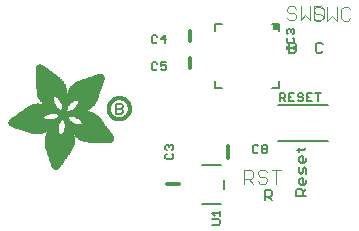
<source format=gbr>
G04 EAGLE Gerber RS-274X export*
G75*
%MOMM*%
%FSLAX34Y34*%
%LPD*%
%INSilkscreen Top*%
%IPPOS*%
%AMOC8*
5,1,8,0,0,1.08239X$1,22.5*%
G01*
%ADD10C,0.127000*%
%ADD11C,0.304800*%
%ADD12C,0.152400*%
%ADD13C,0.203200*%
%ADD14R,0.500000X0.500000*%
%ADD15C,0.101600*%
%ADD16R,0.125700X0.014000*%
%ADD17R,0.209500X0.014000*%
%ADD18R,0.279400X0.013900*%
%ADD19R,0.335300X0.014000*%
%ADD20R,0.377200X0.014000*%
%ADD21R,0.419100X0.013900*%
%ADD22R,0.475000X0.014000*%
%ADD23R,0.502900X0.014000*%
%ADD24R,0.530900X0.013900*%
%ADD25R,0.558800X0.014000*%
%ADD26R,0.586800X0.014000*%
%ADD27R,0.628600X0.014000*%
%ADD28R,0.642600X0.013900*%
%ADD29R,0.670500X0.014000*%
%ADD30R,0.698500X0.014000*%
%ADD31R,0.712500X0.013900*%
%ADD32R,0.740400X0.014000*%
%ADD33R,0.768400X0.014000*%
%ADD34R,0.782300X0.013900*%
%ADD35R,0.810300X0.014000*%
%ADD36R,0.824200X0.014000*%
%ADD37R,0.852200X0.014000*%
%ADD38R,0.880200X0.013900*%
%ADD39R,0.894100X0.014000*%
%ADD40R,0.908100X0.014000*%
%ADD41R,0.936000X0.013900*%
%ADD42R,0.950000X0.014000*%
%ADD43R,0.964000X0.014000*%
%ADD44R,0.991900X0.013900*%
%ADD45R,1.005900X0.014000*%
%ADD46R,1.033800X0.014000*%
%ADD47R,1.047800X0.014000*%
%ADD48R,1.061800X0.013900*%
%ADD49R,1.089700X0.014000*%
%ADD50R,1.103700X0.014000*%
%ADD51R,1.117600X0.013900*%
%ADD52R,1.145600X0.014000*%
%ADD53R,1.159600X0.014000*%
%ADD54R,1.173500X0.013900*%
%ADD55R,1.201500X0.014000*%
%ADD56R,1.215400X0.014000*%
%ADD57R,1.243400X0.014000*%
%ADD58R,1.257300X0.013900*%
%ADD59R,1.271300X0.014000*%
%ADD60R,1.299300X0.014000*%
%ADD61R,1.313200X0.013900*%
%ADD62R,1.327200X0.014000*%
%ADD63R,1.355100X0.014000*%
%ADD64R,1.369100X0.013900*%
%ADD65R,1.383100X0.014000*%
%ADD66R,1.411000X0.014000*%
%ADD67R,1.425000X0.014000*%
%ADD68R,1.452900X0.013900*%
%ADD69R,1.466900X0.014000*%
%ADD70R,1.480900X0.014000*%
%ADD71R,1.508800X0.013900*%
%ADD72R,1.522800X0.014000*%
%ADD73R,1.536700X0.014000*%
%ADD74R,0.167700X0.013900*%
%ADD75R,1.564700X0.013900*%
%ADD76R,0.265500X0.014000*%
%ADD77R,1.578700X0.014000*%
%ADD78R,0.349200X0.014000*%
%ADD79R,1.606600X0.014000*%
%ADD80R,0.405100X0.014000*%
%ADD81R,1.620600X0.014000*%
%ADD82R,0.475000X0.013900*%
%ADD83R,1.634500X0.013900*%
%ADD84R,0.530900X0.014000*%
%ADD85R,1.662500X0.014000*%
%ADD86R,1.676400X0.014000*%
%ADD87R,1.690400X0.013900*%
%ADD88R,1.718400X0.014000*%
%ADD89R,0.754400X0.014000*%
%ADD90R,1.732300X0.014000*%
%ADD91R,0.796300X0.013900*%
%ADD92R,1.746300X0.013900*%
%ADD93R,0.852100X0.014000*%
%ADD94R,1.774200X0.014000*%
%ADD95R,0.908000X0.014000*%
%ADD96R,1.788200X0.014000*%
%ADD97R,0.949900X0.014000*%
%ADD98R,1.816100X0.014000*%
%ADD99R,1.005900X0.013900*%
%ADD100R,1.830100X0.013900*%
%ADD101R,1.844100X0.014000*%
%ADD102R,1.872000X0.014000*%
%ADD103R,1.131600X0.013900*%
%ADD104R,1.886000X0.013900*%
%ADD105R,1.187500X0.014000*%
%ADD106R,1.900000X0.014000*%
%ADD107R,1.229400X0.014000*%
%ADD108R,1.927900X0.014000*%
%ADD109R,1.271300X0.013900*%
%ADD110R,1.941900X0.013900*%
%ADD111R,1.313200X0.014000*%
%ADD112R,1.955800X0.014000*%
%ADD113R,1.969800X0.014000*%
%ADD114R,1.397000X0.014000*%
%ADD115R,1.997800X0.014000*%
%ADD116R,1.439000X0.013900*%
%ADD117R,2.011700X0.013900*%
%ADD118R,2.025700X0.014000*%
%ADD119R,2.039700X0.014000*%
%ADD120R,1.550700X0.013900*%
%ADD121R,2.053600X0.013900*%
%ADD122R,1.592600X0.014000*%
%ADD123R,2.067600X0.014000*%
%ADD124R,1.634500X0.014000*%
%ADD125R,2.081600X0.014000*%
%ADD126R,2.095500X0.013900*%
%ADD127R,2.109500X0.014000*%
%ADD128R,1.760200X0.014000*%
%ADD129R,2.123500X0.014000*%
%ADD130R,1.802100X0.014000*%
%ADD131R,2.137500X0.014000*%
%ADD132R,1.844000X0.013900*%
%ADD133R,2.151400X0.013900*%
%ADD134R,1.871900X0.014000*%
%ADD135R,2.165400X0.014000*%
%ADD136R,1.913800X0.014000*%
%ADD137R,2.179400X0.014000*%
%ADD138R,1.955800X0.013900*%
%ADD139R,2.193300X0.013900*%
%ADD140R,1.983800X0.014000*%
%ADD141R,2.207300X0.014000*%
%ADD142R,2.221300X0.014000*%
%ADD143R,2.221300X0.013900*%
%ADD144R,2.095500X0.014000*%
%ADD145R,2.235200X0.014000*%
%ADD146R,2.249200X0.014000*%
%ADD147R,2.137400X0.014000*%
%ADD148R,2.263200X0.014000*%
%ADD149R,2.179300X0.013900*%
%ADD150R,2.277200X0.013900*%
%ADD151R,2.193300X0.014000*%
%ADD152R,2.277200X0.014000*%
%ADD153R,2.221200X0.014000*%
%ADD154R,2.291100X0.014000*%
%ADD155R,2.249100X0.013900*%
%ADD156R,2.305100X0.013900*%
%ADD157R,2.319100X0.014000*%
%ADD158R,2.277100X0.014000*%
%ADD159R,2.333000X0.013900*%
%ADD160R,2.319000X0.014000*%
%ADD161R,2.347000X0.014000*%
%ADD162R,2.333000X0.014000*%
%ADD163R,2.361000X0.014000*%
%ADD164R,2.360900X0.014000*%
%ADD165R,2.374900X0.013900*%
%ADD166R,2.388800X0.014000*%
%ADD167R,2.388900X0.014000*%
%ADD168R,2.416800X0.014000*%
%ADD169R,2.416900X0.013900*%
%ADD170R,2.402900X0.013900*%
%ADD171R,2.430800X0.014000*%
%ADD172R,2.402900X0.014000*%
%ADD173R,2.458800X0.014000*%
%ADD174R,2.416900X0.014000*%
%ADD175R,2.458700X0.013900*%
%ADD176R,2.430800X0.013900*%
%ADD177R,2.472700X0.014000*%
%ADD178R,2.500600X0.014000*%
%ADD179R,2.444800X0.014000*%
%ADD180R,2.514600X0.013900*%
%ADD181R,2.458800X0.013900*%
%ADD182R,2.528600X0.014000*%
%ADD183R,2.528500X0.014000*%
%ADD184R,2.542500X0.013900*%
%ADD185R,2.472700X0.013900*%
%ADD186R,2.556500X0.014000*%
%ADD187R,2.486700X0.014000*%
%ADD188R,2.570500X0.013900*%
%ADD189R,2.486700X0.013900*%
%ADD190R,2.584500X0.014000*%
%ADD191R,2.500700X0.014000*%
%ADD192R,2.584400X0.014000*%
%ADD193R,2.598400X0.014000*%
%ADD194R,2.514600X0.014000*%
%ADD195R,2.612400X0.013900*%
%ADD196R,2.612400X0.014000*%
%ADD197R,2.626300X0.014000*%
%ADD198R,2.640300X0.013900*%
%ADD199R,2.528600X0.013900*%
%ADD200R,2.640400X0.014000*%
%ADD201R,2.542600X0.014000*%
%ADD202R,2.654300X0.014000*%
%ADD203R,2.654300X0.013900*%
%ADD204R,2.542600X0.013900*%
%ADD205R,2.668300X0.014000*%
%ADD206R,2.556600X0.014000*%
%ADD207R,2.682200X0.014000*%
%ADD208R,2.668200X0.013900*%
%ADD209R,2.556600X0.013900*%
%ADD210R,2.570500X0.014000*%
%ADD211R,2.696200X0.014000*%
%ADD212R,2.682300X0.013900*%
%ADD213R,2.696300X0.014000*%
%ADD214R,2.696200X0.013900*%
%ADD215R,2.710200X0.014000*%
%ADD216R,2.710200X0.013900*%
%ADD217R,2.724100X0.014000*%
%ADD218R,2.710100X0.014000*%
%ADD219R,2.724100X0.013900*%
%ADD220R,2.584500X0.013900*%
%ADD221R,2.724200X0.014000*%
%ADD222R,2.724200X0.013900*%
%ADD223R,2.738100X0.013900*%
%ADD224R,2.738200X0.013900*%
%ADD225R,2.556500X0.013900*%
%ADD226R,5.238700X0.013900*%
%ADD227R,5.238700X0.014000*%
%ADD228R,5.224800X0.014000*%
%ADD229R,5.210800X0.013900*%
%ADD230R,5.210800X0.014000*%
%ADD231R,5.196800X0.014000*%
%ADD232R,5.182900X0.013900*%
%ADD233R,5.182900X0.014000*%
%ADD234R,5.168900X0.014000*%
%ADD235R,5.154900X0.014000*%
%ADD236R,5.154900X0.013900*%
%ADD237R,5.141000X0.014000*%
%ADD238R,5.127000X0.014000*%
%ADD239R,3.604200X0.013900*%
%ADD240R,1.411000X0.013900*%
%ADD241R,3.562300X0.014000*%
%ADD242R,1.383000X0.014000*%
%ADD243R,3.534400X0.014000*%
%ADD244R,1.369100X0.014000*%
%ADD245R,3.506500X0.013900*%
%ADD246R,1.341100X0.013900*%
%ADD247R,3.492500X0.014000*%
%ADD248R,1.341100X0.014000*%
%ADD249R,3.450600X0.014000*%
%ADD250R,1.313100X0.014000*%
%ADD251R,3.436600X0.014000*%
%ADD252R,3.422700X0.013900*%
%ADD253R,1.299200X0.013900*%
%ADD254R,3.394700X0.014000*%
%ADD255R,1.285300X0.014000*%
%ADD256R,3.380700X0.014000*%
%ADD257R,3.366700X0.013900*%
%ADD258R,3.338900X0.014000*%
%ADD259R,1.257300X0.014000*%
%ADD260R,3.324900X0.014000*%
%ADD261R,3.310900X0.013900*%
%ADD262R,1.243400X0.013900*%
%ADD263R,3.283000X0.014000*%
%ADD264R,3.255000X0.014000*%
%ADD265R,3.241000X0.013900*%
%ADD266R,1.215400X0.013900*%
%ADD267R,3.227100X0.014000*%
%ADD268R,3.213100X0.014000*%
%ADD269R,1.718300X0.013900*%
%ADD270R,1.187500X0.013900*%
%ADD271R,1.648500X0.014000*%
%ADD272R,1.187400X0.014000*%
%ADD273R,1.620500X0.014000*%
%ADD274R,1.592600X0.013900*%
%ADD275R,1.271200X0.013900*%
%ADD276R,1.173400X0.013900*%
%ADD277R,1.159500X0.014000*%
%ADD278R,1.564600X0.014000*%
%ADD279R,1.201400X0.014000*%
%ADD280R,1.145500X0.014000*%
%ADD281R,1.145500X0.013900*%
%ADD282R,1.550700X0.014000*%
%ADD283R,1.103600X0.014000*%
%ADD284R,1.131600X0.014000*%
%ADD285R,1.075700X0.014000*%
%ADD286R,1.117600X0.014000*%
%ADD287R,1.536700X0.013900*%
%ADD288R,1.047800X0.013900*%
%ADD289R,1.103600X0.013900*%
%ADD290R,1.522700X0.014000*%
%ADD291R,1.005800X0.014000*%
%ADD292R,0.991900X0.014000*%
%ADD293R,0.963900X0.013900*%
%ADD294R,1.075700X0.013900*%
%ADD295R,1.508800X0.014000*%
%ADD296R,1.075600X0.014000*%
%ADD297R,1.494800X0.014000*%
%ADD298R,1.061700X0.014000*%
%ADD299R,1.047700X0.014000*%
%ADD300R,1.494800X0.013900*%
%ADD301R,1.047700X0.013900*%
%ADD302R,1.480800X0.014000*%
%ADD303R,1.494700X0.014000*%
%ADD304R,0.838200X0.014000*%
%ADD305R,1.480800X0.013900*%
%ADD306R,0.810200X0.013900*%
%ADD307R,1.019800X0.013900*%
%ADD308R,1.466800X0.014000*%
%ADD309R,0.796300X0.014000*%
%ADD310R,0.768300X0.014000*%
%ADD311R,1.466800X0.013900*%
%ADD312R,0.754300X0.013900*%
%ADD313R,0.977900X0.013900*%
%ADD314R,0.139700X0.013900*%
%ADD315R,0.963900X0.014000*%
%ADD316R,0.712500X0.014000*%
%ADD317R,0.544800X0.014000*%
%ADD318R,0.670600X0.014000*%
%ADD319R,0.684600X0.013900*%
%ADD320R,0.922000X0.013900*%
%ADD321R,1.452900X0.014000*%
%ADD322R,0.656600X0.014000*%
%ADD323R,0.922100X0.014000*%
%ADD324R,0.866200X0.014000*%
%ADD325R,0.894000X0.013900*%
%ADD326R,1.033800X0.013900*%
%ADD327R,0.614600X0.014000*%
%ADD328R,0.866100X0.014000*%
%ADD329R,1.452800X0.014000*%
%ADD330R,0.600700X0.014000*%
%ADD331R,1.173500X0.014000*%
%ADD332R,1.438900X0.013900*%
%ADD333R,0.586700X0.013900*%
%ADD334R,0.838200X0.013900*%
%ADD335R,0.586700X0.014000*%
%ADD336R,2.151400X0.014000*%
%ADD337R,2.193200X0.014000*%
%ADD338R,1.438900X0.014000*%
%ADD339R,0.544900X0.014000*%
%ADD340R,0.544900X0.013900*%
%ADD341R,2.277100X0.013900*%
%ADD342R,0.516900X0.014000*%
%ADD343R,0.516900X0.013900*%
%ADD344R,0.489000X0.014000*%
%ADD345R,1.424900X0.014000*%
%ADD346R,2.444700X0.014000*%
%ADD347R,1.424900X0.013900*%
%ADD348R,0.461000X0.014000*%
%ADD349R,2.570400X0.014000*%
%ADD350R,1.425000X0.013900*%
%ADD351R,0.447000X0.013900*%
%ADD352R,1.410900X0.014000*%
%ADD353R,0.447000X0.014000*%
%ADD354R,0.433100X0.014000*%
%ADD355R,2.668200X0.014000*%
%ADD356R,0.433100X0.013900*%
%ADD357R,0.419100X0.014000*%
%ADD358R,2.738100X0.014000*%
%ADD359R,2.766100X0.014000*%
%ADD360R,1.397000X0.013900*%
%ADD361R,2.807900X0.013900*%
%ADD362R,2.835900X0.014000*%
%ADD363R,2.877900X0.014000*%
%ADD364R,0.433000X0.014000*%
%ADD365R,2.905700X0.014000*%
%ADD366R,1.369000X0.013900*%
%ADD367R,0.433000X0.013900*%
%ADD368R,2.947700X0.013900*%
%ADD369R,2.989500X0.014000*%
%ADD370R,3.031500X0.014000*%
%ADD371R,1.355100X0.013900*%
%ADD372R,0.488900X0.013900*%
%ADD373R,3.087300X0.013900*%
%ADD374R,1.341200X0.014000*%
%ADD375R,3.702000X0.014000*%
%ADD376R,3.716000X0.014000*%
%ADD377R,1.327100X0.013900*%
%ADD378R,3.757900X0.013900*%
%ADD379R,3.771900X0.014000*%
%ADD380R,1.299200X0.014000*%
%ADD381R,3.799900X0.014000*%
%ADD382R,3.841700X0.014000*%
%ADD383R,3.869700X0.013900*%
%ADD384R,3.925600X0.014000*%
%ADD385R,0.111800X0.014000*%
%ADD386R,5.266700X0.014000*%
%ADD387R,5.727700X0.013900*%
%ADD388R,5.825500X0.014000*%
%ADD389R,5.895400X0.014000*%
%ADD390R,5.965200X0.013900*%
%ADD391R,6.021100X0.014000*%
%ADD392R,6.076900X0.014000*%
%ADD393R,6.146800X0.014000*%
%ADD394R,6.188800X0.013900*%
%ADD395R,6.244600X0.014000*%
%ADD396R,6.286500X0.014000*%
%ADD397R,6.328400X0.013900*%
%ADD398R,6.384300X0.014000*%
%ADD399R,3.352800X0.014000*%
%ADD400R,2.821900X0.014000*%
%ADD401R,3.283000X0.013900*%
%ADD402R,3.241100X0.014000*%
%ADD403R,2.682300X0.014000*%
%ADD404R,3.241000X0.014000*%
%ADD405R,2.640300X0.014000*%
%ADD406R,3.227100X0.013900*%
%ADD407R,2.584400X0.013900*%
%ADD408R,3.227000X0.014000*%
%ADD409R,3.269000X0.013900*%
%ADD410R,3.282900X0.014000*%
%ADD411R,3.310900X0.014000*%
%ADD412R,3.338800X0.013900*%
%ADD413R,0.922000X0.014000*%
%ADD414R,2.123400X0.013900*%
%ADD415R,0.894100X0.013900*%
%ADD416R,2.081500X0.014000*%
%ADD417R,0.894000X0.014000*%
%ADD418R,0.908100X0.013900*%
%ADD419R,2.039600X0.014000*%
%ADD420R,2.011700X0.014000*%
%ADD421R,0.936000X0.014000*%
%ADD422R,1.969700X0.013900*%
%ADD423R,0.977900X0.014000*%
%ADD424R,1.941900X0.014000*%
%ADD425R,1.927800X0.013900*%
%ADD426R,1.913900X0.014000*%
%ADD427R,1.913800X0.013900*%
%ADD428R,2.794000X0.013900*%
%ADD429R,1.899900X0.014000*%
%ADD430R,1.229300X0.014000*%
%ADD431R,1.285200X0.014000*%
%ADD432R,2.919700X0.014000*%
%ADD433R,1.872000X0.013900*%
%ADD434R,2.961600X0.013900*%
%ADD435R,1.858000X0.014000*%
%ADD436R,3.031400X0.014000*%
%ADD437R,3.115300X0.014000*%
%ADD438R,1.858000X0.013900*%
%ADD439R,5.029200X0.013900*%
%ADD440R,4.428500X0.014000*%
%ADD441R,1.844000X0.014000*%
%ADD442R,4.414500X0.014000*%
%ADD443R,4.414500X0.013900*%
%ADD444R,1.830100X0.014000*%
%ADD445R,4.414600X0.014000*%
%ADD446R,1.830000X0.014000*%
%ADD447R,0.530800X0.014000*%
%ADD448R,4.400500X0.014000*%
%ADD449R,4.400500X0.013900*%
%ADD450R,4.400600X0.014000*%
%ADD451R,0.572800X0.013900*%
%ADD452R,4.386600X0.013900*%
%ADD453R,4.386500X0.014000*%
%ADD454R,0.614700X0.013900*%
%ADD455R,4.372600X0.013900*%
%ADD456R,0.642600X0.014000*%
%ADD457R,4.372600X0.014000*%
%ADD458R,0.698500X0.013900*%
%ADD459R,4.358600X0.013900*%
%ADD460R,0.712400X0.014000*%
%ADD461R,4.358600X0.014000*%
%ADD462R,4.344700X0.014000*%
%ADD463R,1.871900X0.013900*%
%ADD464R,0.768300X0.013900*%
%ADD465R,4.330700X0.013900*%
%ADD466R,1.885900X0.014000*%
%ADD467R,0.782300X0.014000*%
%ADD468R,4.330700X0.014000*%
%ADD469R,4.316700X0.014000*%
%ADD470R,1.899900X0.013900*%
%ADD471R,0.852200X0.013900*%
%ADD472R,4.316700X0.013900*%
%ADD473R,0.880100X0.014000*%
%ADD474R,4.302700X0.014000*%
%ADD475R,1.941800X0.014000*%
%ADD476R,4.288800X0.014000*%
%ADD477R,1.983700X0.013900*%
%ADD478R,4.274800X0.013900*%
%ADD479R,4.274800X0.014000*%
%ADD480R,4.260800X0.014000*%
%ADD481R,3.408700X0.013900*%
%ADD482R,4.260800X0.013900*%
%ADD483R,3.408700X0.014000*%
%ADD484R,4.232900X0.014000*%
%ADD485R,3.422700X0.014000*%
%ADD486R,4.219000X0.014000*%
%ADD487R,3.436600X0.013900*%
%ADD488R,4.219000X0.013900*%
%ADD489R,4.205000X0.014000*%
%ADD490R,4.177000X0.014000*%
%ADD491R,3.464600X0.014000*%
%ADD492R,4.163100X0.014000*%
%ADD493R,3.478600X0.013900*%
%ADD494R,4.135100X0.013900*%
%ADD495R,3.478600X0.014000*%
%ADD496R,4.121100X0.014000*%
%ADD497R,4.093200X0.014000*%
%ADD498R,4.051300X0.013900*%
%ADD499R,3.520500X0.014000*%
%ADD500R,4.009400X0.014000*%
%ADD501R,3.981400X0.014000*%
%ADD502R,3.548300X0.013900*%
%ADD503R,3.939500X0.013900*%
%ADD504R,3.897600X0.014000*%
%ADD505R,3.576300X0.014000*%
%ADD506R,3.799800X0.014000*%
%ADD507R,3.590200X0.013900*%
%ADD508R,3.744000X0.013900*%
%ADD509R,3.604200X0.014000*%
%ADD510R,3.702100X0.014000*%
%ADD511R,3.618200X0.014000*%
%ADD512R,3.660200X0.014000*%
%ADD513R,3.632200X0.013900*%
%ADD514R,3.618300X0.013900*%
%ADD515R,3.646200X0.014000*%
%ADD516R,3.576400X0.014000*%
%ADD517R,3.660100X0.014000*%
%ADD518R,3.660100X0.013900*%
%ADD519R,3.674100X0.014000*%
%ADD520R,3.436700X0.014000*%
%ADD521R,2.612300X0.014000*%
%ADD522R,0.782400X0.014000*%
%ADD523R,3.716000X0.013900*%
%ADD524R,2.500600X0.013900*%
%ADD525R,3.730000X0.014000*%
%ADD526R,3.758000X0.014000*%
%ADD527R,2.374900X0.014000*%
%ADD528R,3.771900X0.013900*%
%ADD529R,0.824300X0.013900*%
%ADD530R,2.305000X0.013900*%
%ADD531R,3.785900X0.014000*%
%ADD532R,3.813800X0.013900*%
%ADD533R,3.827800X0.014000*%
%ADD534R,3.855700X0.014000*%
%ADD535R,3.883700X0.014000*%
%ADD536R,1.802200X0.014000*%
%ADD537R,3.897700X0.014000*%
%ADD538R,1.746300X0.014000*%
%ADD539R,3.911600X0.013900*%
%ADD540R,0.949900X0.013900*%
%ADD541R,1.676400X0.013900*%
%ADD542R,3.939500X0.014000*%
%ADD543R,1.550600X0.014000*%
%ADD544R,3.967500X0.013900*%
%ADD545R,1.327100X0.014000*%
%ADD546R,1.019800X0.014000*%
%ADD547R,4.037300X0.013900*%
%ADD548R,3.213100X0.013900*%
%ADD549R,0.866200X0.013900*%
%ADD550R,1.061700X0.013900*%
%ADD551R,0.908000X0.013900*%
%ADD552R,1.089600X0.014000*%
%ADD553R,0.181700X0.014000*%
%ADD554R,2.346900X0.014000*%
%ADD555R,2.346900X0.013900*%
%ADD556R,3.227000X0.013900*%
%ADD557R,2.388900X0.013900*%
%ADD558R,2.416800X0.013900*%
%ADD559R,2.430700X0.014000*%
%ADD560R,3.199100X0.013900*%
%ADD561R,2.444700X0.013900*%
%ADD562R,3.199200X0.014000*%
%ADD563R,3.185200X0.014000*%
%ADD564R,2.458700X0.014000*%
%ADD565R,3.185100X0.013900*%
%ADD566R,3.171100X0.014000*%
%ADD567R,3.157200X0.014000*%
%ADD568R,3.143200X0.013900*%
%ADD569R,3.129300X0.014000*%
%ADD570R,3.101300X0.014000*%
%ADD571R,3.087400X0.013900*%
%ADD572R,3.087400X0.014000*%
%ADD573R,3.059400X0.014000*%
%ADD574R,3.031500X0.013900*%
%ADD575R,3.017500X0.014000*%
%ADD576R,2.989600X0.014000*%
%ADD577R,2.975600X0.014000*%
%ADD578R,2.891700X0.014000*%
%ADD579R,2.849900X0.013900*%
%ADD580R,2.822000X0.014000*%
%ADD581R,2.794000X0.014000*%
%ADD582R,2.752100X0.013900*%
%ADD583R,2.305000X0.014000*%
%ADD584R,2.109400X0.013900*%
%ADD585R,1.969700X0.014000*%
%ADD586R,2.486600X0.014000*%
%ADD587R,2.472600X0.014000*%
%ADD588R,2.472600X0.013900*%
%ADD589R,2.402800X0.013900*%
%ADD590R,2.402800X0.014000*%
%ADD591R,2.360900X0.013900*%
%ADD592R,2.319100X0.013900*%
%ADD593R,2.291100X0.013900*%
%ADD594R,2.263100X0.013900*%
%ADD595R,2.249100X0.014000*%
%ADD596R,2.179300X0.014000*%
%ADD597R,2.109400X0.014000*%
%ADD598R,2.067600X0.013900*%
%ADD599R,2.053600X0.014000*%
%ADD600R,2.025600X0.014000*%
%ADD601R,2.025600X0.013900*%
%ADD602R,1.983700X0.014000*%
%ADD603R,1.927900X0.013900*%
%ADD604R,1.886000X0.014000*%
%ADD605R,1.816100X0.013900*%
%ADD606R,1.760200X0.013900*%
%ADD607R,1.732300X0.013900*%
%ADD608R,1.718300X0.014000*%
%ADD609R,1.704300X0.014000*%
%ADD610R,1.690400X0.014000*%
%ADD611R,1.662400X0.013900*%
%ADD612R,1.662400X0.014000*%
%ADD613R,1.648400X0.014000*%
%ADD614R,1.620500X0.013900*%
%ADD615R,1.578600X0.013900*%
%ADD616R,1.522700X0.013900*%
%ADD617R,1.480900X0.013900*%
%ADD618R,1.383000X0.013900*%
%ADD619R,1.369000X0.014000*%
%ADD620R,1.341200X0.013900*%
%ADD621R,1.243300X0.013900*%
%ADD622R,1.215300X0.014000*%
%ADD623R,1.201400X0.013900*%
%ADD624R,1.159500X0.013900*%
%ADD625R,1.089600X0.013900*%
%ADD626R,0.880200X0.014000*%
%ADD627R,0.810200X0.014000*%
%ADD628R,0.726500X0.014000*%
%ADD629R,0.684500X0.014000*%
%ADD630R,0.600700X0.013900*%
%ADD631R,0.530800X0.013900*%
%ADD632R,0.503000X0.014000*%
%ADD633R,0.335200X0.013900*%
%ADD634R,0.279400X0.014000*%
%ADD635R,0.223600X0.014000*%
%ADD636R,0.111800X0.013900*%


D10*
X259080Y-67549D02*
X250182Y-67549D01*
X250182Y-63100D01*
X251665Y-61617D01*
X254631Y-61617D01*
X256114Y-63100D01*
X256114Y-67549D01*
X256114Y-64583D02*
X259080Y-61617D01*
X259080Y-56711D02*
X259080Y-53745D01*
X259080Y-56711D02*
X257597Y-58194D01*
X254631Y-58194D01*
X253148Y-56711D01*
X253148Y-53745D01*
X254631Y-52262D01*
X256114Y-52262D01*
X256114Y-58194D01*
X259080Y-48838D02*
X259080Y-44390D01*
X257597Y-42907D01*
X256114Y-44390D01*
X256114Y-47356D01*
X254631Y-48838D01*
X253148Y-47356D01*
X253148Y-42907D01*
X259080Y-38000D02*
X259080Y-35034D01*
X259080Y-38000D02*
X257597Y-39483D01*
X254631Y-39483D01*
X253148Y-38000D01*
X253148Y-35034D01*
X254631Y-33552D01*
X256114Y-33552D01*
X256114Y-39483D01*
X257597Y-28645D02*
X251665Y-28645D01*
X257597Y-28645D02*
X259080Y-27162D01*
X253148Y-27162D02*
X253148Y-30128D01*
X273034Y60755D02*
X271551Y62238D01*
X268585Y62238D01*
X267102Y60755D01*
X267102Y54823D01*
X268585Y53340D01*
X271551Y53340D01*
X273034Y54823D01*
X244242Y53340D02*
X244242Y62238D01*
X244242Y53340D02*
X248691Y53340D01*
X250174Y54823D01*
X250174Y60755D01*
X248691Y62238D01*
X244242Y62238D01*
X223922Y-62222D02*
X223922Y-71120D01*
X223922Y-62222D02*
X228371Y-62222D01*
X229854Y-63705D01*
X229854Y-66671D01*
X228371Y-68154D01*
X223922Y-68154D01*
X226888Y-68154D02*
X229854Y-71120D01*
D11*
X193040Y-35560D02*
X193040Y-25400D01*
D12*
X217427Y-24378D02*
X218528Y-25480D01*
X217427Y-24378D02*
X215224Y-24378D01*
X214122Y-25480D01*
X214122Y-29886D01*
X215224Y-30988D01*
X217427Y-30988D01*
X218528Y-29886D01*
X221606Y-25480D02*
X222708Y-24378D01*
X224911Y-24378D01*
X226013Y-25480D01*
X226013Y-26582D01*
X224911Y-27683D01*
X226013Y-28785D01*
X226013Y-29886D01*
X224911Y-30988D01*
X222708Y-30988D01*
X221606Y-29886D01*
X221606Y-28785D01*
X222708Y-27683D01*
X221606Y-26582D01*
X221606Y-25480D01*
X222708Y-27683D02*
X224911Y-27683D01*
D11*
X151130Y-57150D02*
X140970Y-57150D01*
D12*
X139948Y-32763D02*
X141050Y-31662D01*
X139948Y-32763D02*
X139948Y-34966D01*
X141050Y-36068D01*
X145456Y-36068D01*
X146558Y-34966D01*
X146558Y-32763D01*
X145456Y-31662D01*
X141050Y-28584D02*
X139948Y-27482D01*
X139948Y-25279D01*
X141050Y-24177D01*
X142152Y-24177D01*
X143253Y-25279D01*
X143253Y-26381D01*
X143253Y-25279D02*
X144355Y-24177D01*
X145456Y-24177D01*
X146558Y-25279D01*
X146558Y-27482D01*
X145456Y-28584D01*
D13*
X235540Y9539D02*
X277540Y9539D01*
X277540Y-20969D02*
X235540Y-20969D01*
D12*
X236982Y12827D02*
X236982Y19437D01*
X240287Y19437D01*
X241388Y18335D01*
X241388Y16132D01*
X240287Y15030D01*
X236982Y15030D01*
X239185Y15030D02*
X241388Y12827D01*
X244466Y19437D02*
X248873Y19437D01*
X244466Y19437D02*
X244466Y12827D01*
X248873Y12827D01*
X246669Y16132D02*
X244466Y16132D01*
X255255Y19437D02*
X256357Y18335D01*
X255255Y19437D02*
X253052Y19437D01*
X251950Y18335D01*
X251950Y17233D01*
X253052Y16132D01*
X255255Y16132D01*
X256357Y15030D01*
X256357Y13929D01*
X255255Y12827D01*
X253052Y12827D01*
X251950Y13929D01*
X259434Y19437D02*
X263841Y19437D01*
X259434Y19437D02*
X259434Y12827D01*
X263841Y12827D01*
X261638Y16132D02*
X259434Y16132D01*
X269122Y12827D02*
X269122Y19437D01*
X266919Y19437D02*
X271325Y19437D01*
D10*
X235915Y71800D02*
X235915Y77800D01*
X229915Y77800D01*
X235915Y29800D02*
X235915Y23800D01*
X229915Y23800D01*
X187915Y77800D02*
X181915Y77800D01*
X181915Y71800D01*
X181915Y23800D02*
X187915Y23800D01*
X181915Y23800D02*
X181915Y29800D01*
D14*
X233415Y75300D03*
D12*
X249261Y59207D02*
X249261Y57004D01*
X249261Y58106D02*
X242651Y58106D01*
X242651Y59207D02*
X242651Y57004D01*
X242651Y65299D02*
X243753Y66400D01*
X242651Y65299D02*
X242651Y63095D01*
X243753Y61994D01*
X248159Y61994D01*
X249261Y63095D01*
X249261Y65299D01*
X248159Y66400D01*
X243753Y69478D02*
X242651Y70579D01*
X242651Y72783D01*
X243753Y73884D01*
X244855Y73884D01*
X245956Y72783D01*
X245956Y71681D01*
X245956Y72783D02*
X247058Y73884D01*
X248159Y73884D01*
X249261Y72783D01*
X249261Y70579D01*
X248159Y69478D01*
D15*
X271269Y92593D02*
X273218Y90644D01*
X271269Y92593D02*
X267371Y92593D01*
X265422Y90644D01*
X265422Y88695D01*
X267371Y86746D01*
X271269Y86746D01*
X273218Y84797D01*
X273218Y82848D01*
X271269Y80899D01*
X267371Y80899D01*
X265422Y82848D01*
X277116Y80899D02*
X277116Y92593D01*
X281014Y84797D02*
X277116Y80899D01*
X281014Y84797D02*
X284912Y80899D01*
X284912Y92593D01*
X294657Y92593D02*
X296606Y90644D01*
X294657Y92593D02*
X290759Y92593D01*
X288810Y90644D01*
X288810Y82848D01*
X290759Y80899D01*
X294657Y80899D01*
X296606Y82848D01*
X250493Y91142D02*
X248544Y93091D01*
X244646Y93091D01*
X242697Y91142D01*
X242697Y89193D01*
X244646Y87244D01*
X248544Y87244D01*
X250493Y85295D01*
X250493Y83346D01*
X248544Y81397D01*
X244646Y81397D01*
X242697Y83346D01*
X254391Y81397D02*
X254391Y93091D01*
X258289Y85295D02*
X254391Y81397D01*
X258289Y85295D02*
X262187Y81397D01*
X262187Y93091D01*
X266085Y93091D02*
X266085Y81397D01*
X271932Y81397D01*
X273881Y83346D01*
X273881Y91142D01*
X271932Y93091D01*
X266085Y93091D01*
D11*
X160655Y71945D02*
X160655Y63945D01*
D12*
X133075Y67357D02*
X131974Y68459D01*
X129770Y68459D01*
X128669Y67357D01*
X128669Y62951D01*
X129770Y61849D01*
X131974Y61849D01*
X133075Y62951D01*
X139458Y61849D02*
X139458Y68459D01*
X136153Y65154D01*
X140559Y65154D01*
D13*
X171070Y-41285D02*
X187070Y-41285D01*
X187070Y-74285D02*
X171070Y-74285D01*
X189570Y-61785D02*
X189570Y-53785D01*
D12*
X185334Y-91771D02*
X179826Y-91771D01*
X185334Y-91771D02*
X186436Y-90670D01*
X186436Y-88467D01*
X185334Y-87365D01*
X179826Y-87365D01*
X182030Y-84287D02*
X179826Y-82084D01*
X186436Y-82084D01*
X186436Y-84287D02*
X186436Y-79881D01*
D11*
X160655Y41085D02*
X160655Y49085D01*
D12*
X133075Y44497D02*
X131974Y45599D01*
X129770Y45599D01*
X128669Y44497D01*
X128669Y40091D01*
X129770Y38989D01*
X131974Y38989D01*
X133075Y40091D01*
X136153Y45599D02*
X140559Y45599D01*
X136153Y45599D02*
X136153Y42294D01*
X138356Y43395D01*
X139458Y43395D01*
X140559Y42294D01*
X140559Y40091D01*
X139458Y38989D01*
X137254Y38989D01*
X136153Y40091D01*
D15*
X206502Y-45339D02*
X206502Y-57033D01*
X206502Y-45339D02*
X212349Y-45339D01*
X214298Y-47288D01*
X214298Y-51186D01*
X212349Y-53135D01*
X206502Y-53135D01*
X210400Y-53135D02*
X214298Y-57033D01*
X225992Y-47288D02*
X224043Y-45339D01*
X220145Y-45339D01*
X218196Y-47288D01*
X218196Y-49237D01*
X220145Y-51186D01*
X224043Y-51186D01*
X225992Y-53135D01*
X225992Y-55084D01*
X224043Y-57033D01*
X220145Y-57033D01*
X218196Y-55084D01*
X233788Y-57033D02*
X233788Y-45339D01*
X229890Y-45339D02*
X237686Y-45339D01*
D11*
X91985Y6350D02*
X91988Y6570D01*
X91996Y6791D01*
X92009Y7011D01*
X92028Y7230D01*
X92053Y7449D01*
X92082Y7668D01*
X92117Y7885D01*
X92158Y8102D01*
X92203Y8318D01*
X92254Y8532D01*
X92310Y8745D01*
X92372Y8957D01*
X92438Y9167D01*
X92510Y9375D01*
X92587Y9582D01*
X92669Y9786D01*
X92755Y9989D01*
X92847Y10189D01*
X92944Y10388D01*
X93045Y10583D01*
X93152Y10776D01*
X93263Y10967D01*
X93378Y11154D01*
X93498Y11339D01*
X93623Y11521D01*
X93752Y11699D01*
X93886Y11875D01*
X94023Y12047D01*
X94165Y12215D01*
X94311Y12381D01*
X94461Y12542D01*
X94615Y12700D01*
X94773Y12854D01*
X94934Y13004D01*
X95100Y13150D01*
X95268Y13292D01*
X95440Y13429D01*
X95616Y13563D01*
X95794Y13692D01*
X95976Y13817D01*
X96161Y13937D01*
X96348Y14052D01*
X96539Y14163D01*
X96732Y14270D01*
X96927Y14371D01*
X97126Y14468D01*
X97326Y14560D01*
X97529Y14646D01*
X97733Y14728D01*
X97940Y14805D01*
X98148Y14877D01*
X98358Y14943D01*
X98570Y15005D01*
X98783Y15061D01*
X98997Y15112D01*
X99213Y15157D01*
X99430Y15198D01*
X99647Y15233D01*
X99866Y15262D01*
X100085Y15287D01*
X100304Y15306D01*
X100524Y15319D01*
X100745Y15327D01*
X100965Y15330D01*
X101185Y15327D01*
X101406Y15319D01*
X101626Y15306D01*
X101845Y15287D01*
X102064Y15262D01*
X102283Y15233D01*
X102500Y15198D01*
X102717Y15157D01*
X102933Y15112D01*
X103147Y15061D01*
X103360Y15005D01*
X103572Y14943D01*
X103782Y14877D01*
X103990Y14805D01*
X104197Y14728D01*
X104401Y14646D01*
X104604Y14560D01*
X104804Y14468D01*
X105003Y14371D01*
X105198Y14270D01*
X105391Y14163D01*
X105582Y14052D01*
X105769Y13937D01*
X105954Y13817D01*
X106136Y13692D01*
X106314Y13563D01*
X106490Y13429D01*
X106662Y13292D01*
X106830Y13150D01*
X106996Y13004D01*
X107157Y12854D01*
X107315Y12700D01*
X107469Y12542D01*
X107619Y12381D01*
X107765Y12215D01*
X107907Y12047D01*
X108044Y11875D01*
X108178Y11699D01*
X108307Y11521D01*
X108432Y11339D01*
X108552Y11154D01*
X108667Y10967D01*
X108778Y10776D01*
X108885Y10583D01*
X108986Y10388D01*
X109083Y10189D01*
X109175Y9989D01*
X109261Y9786D01*
X109343Y9582D01*
X109420Y9375D01*
X109492Y9167D01*
X109558Y8957D01*
X109620Y8745D01*
X109676Y8532D01*
X109727Y8318D01*
X109772Y8102D01*
X109813Y7885D01*
X109848Y7668D01*
X109877Y7449D01*
X109902Y7230D01*
X109921Y7011D01*
X109934Y6791D01*
X109942Y6570D01*
X109945Y6350D01*
X109942Y6130D01*
X109934Y5909D01*
X109921Y5689D01*
X109902Y5470D01*
X109877Y5251D01*
X109848Y5032D01*
X109813Y4815D01*
X109772Y4598D01*
X109727Y4382D01*
X109676Y4168D01*
X109620Y3955D01*
X109558Y3743D01*
X109492Y3533D01*
X109420Y3325D01*
X109343Y3118D01*
X109261Y2914D01*
X109175Y2711D01*
X109083Y2511D01*
X108986Y2312D01*
X108885Y2117D01*
X108778Y1924D01*
X108667Y1733D01*
X108552Y1546D01*
X108432Y1361D01*
X108307Y1179D01*
X108178Y1001D01*
X108044Y825D01*
X107907Y653D01*
X107765Y485D01*
X107619Y319D01*
X107469Y158D01*
X107315Y0D01*
X107157Y-154D01*
X106996Y-304D01*
X106830Y-450D01*
X106662Y-592D01*
X106490Y-729D01*
X106314Y-863D01*
X106136Y-992D01*
X105954Y-1117D01*
X105769Y-1237D01*
X105582Y-1352D01*
X105391Y-1463D01*
X105198Y-1570D01*
X105003Y-1671D01*
X104804Y-1768D01*
X104604Y-1860D01*
X104401Y-1946D01*
X104197Y-2028D01*
X103990Y-2105D01*
X103782Y-2177D01*
X103572Y-2243D01*
X103360Y-2305D01*
X103147Y-2361D01*
X102933Y-2412D01*
X102717Y-2457D01*
X102500Y-2498D01*
X102283Y-2533D01*
X102064Y-2562D01*
X101845Y-2587D01*
X101626Y-2606D01*
X101406Y-2619D01*
X101185Y-2627D01*
X100965Y-2630D01*
X100745Y-2627D01*
X100524Y-2619D01*
X100304Y-2606D01*
X100085Y-2587D01*
X99866Y-2562D01*
X99647Y-2533D01*
X99430Y-2498D01*
X99213Y-2457D01*
X98997Y-2412D01*
X98783Y-2361D01*
X98570Y-2305D01*
X98358Y-2243D01*
X98148Y-2177D01*
X97940Y-2105D01*
X97733Y-2028D01*
X97529Y-1946D01*
X97326Y-1860D01*
X97126Y-1768D01*
X96927Y-1671D01*
X96732Y-1570D01*
X96539Y-1463D01*
X96348Y-1352D01*
X96161Y-1237D01*
X95976Y-1117D01*
X95794Y-992D01*
X95616Y-863D01*
X95440Y-729D01*
X95268Y-592D01*
X95100Y-450D01*
X94934Y-304D01*
X94773Y-154D01*
X94615Y0D01*
X94461Y158D01*
X94311Y319D01*
X94165Y485D01*
X94023Y653D01*
X93886Y825D01*
X93752Y1001D01*
X93623Y1179D01*
X93498Y1361D01*
X93378Y1546D01*
X93263Y1733D01*
X93152Y1924D01*
X93045Y2117D01*
X92944Y2312D01*
X92847Y2511D01*
X92755Y2711D01*
X92669Y2914D01*
X92587Y3118D01*
X92510Y3325D01*
X92438Y3533D01*
X92372Y3743D01*
X92310Y3955D01*
X92254Y4168D01*
X92203Y4382D01*
X92158Y4598D01*
X92117Y4815D01*
X92082Y5032D01*
X92053Y5251D01*
X92028Y5470D01*
X92009Y5689D01*
X91996Y5909D01*
X91988Y6130D01*
X91985Y6350D01*
D13*
X98425Y2286D02*
X98425Y10421D01*
X102492Y10421D01*
X103848Y9065D01*
X103848Y7709D01*
X102492Y6353D01*
X103848Y4998D01*
X103848Y3642D01*
X102492Y2286D01*
X98425Y2286D01*
X98425Y6353D02*
X102492Y6353D01*
D16*
X33935Y43180D03*
D17*
X33935Y43040D03*
D18*
X34004Y42901D03*
D19*
X34005Y42761D03*
D20*
X33934Y42621D03*
D21*
X34005Y42482D03*
D22*
X34004Y42342D03*
D23*
X34005Y42202D03*
D24*
X34005Y42063D03*
D25*
X34144Y41923D03*
D26*
X34144Y41783D03*
D27*
X34214Y41643D03*
D28*
X34284Y41504D03*
D29*
X34284Y41364D03*
D30*
X34424Y41224D03*
D31*
X34494Y41085D03*
D32*
X34493Y40945D03*
D33*
X34633Y40805D03*
D34*
X34703Y40666D03*
D35*
X34843Y40526D03*
D36*
X34912Y40386D03*
D37*
X34912Y40246D03*
D38*
X35052Y40107D03*
D39*
X35122Y39967D03*
D40*
X35192Y39827D03*
D41*
X35331Y39688D03*
D42*
X35401Y39548D03*
D43*
X35471Y39408D03*
D44*
X35611Y39269D03*
D45*
X35681Y39129D03*
D46*
X35820Y38989D03*
D47*
X35890Y38849D03*
D48*
X35960Y38710D03*
D49*
X36100Y38570D03*
D50*
X36170Y38430D03*
D51*
X36239Y38291D03*
D52*
X36379Y38151D03*
D53*
X36449Y38011D03*
D54*
X36519Y37872D03*
D55*
X36659Y37732D03*
D56*
X36728Y37592D03*
D57*
X36868Y37452D03*
D58*
X36938Y37313D03*
D59*
X37008Y37173D03*
D60*
X37148Y37033D03*
D61*
X37217Y36894D03*
D62*
X37287Y36754D03*
D63*
X37427Y36614D03*
D64*
X37497Y36475D03*
D65*
X37567Y36335D03*
D66*
X37706Y36195D03*
D67*
X37776Y36055D03*
D68*
X37916Y35916D03*
D69*
X37986Y35776D03*
D70*
X38056Y35636D03*
D71*
X38195Y35497D03*
D72*
X38265Y35357D03*
D73*
X38335Y35217D03*
D74*
X85135Y35078D03*
D75*
X38475Y35078D03*
D76*
X85065Y34938D03*
D77*
X38545Y34938D03*
D78*
X84925Y34798D03*
D79*
X38684Y34798D03*
D80*
X84786Y34658D03*
D81*
X38754Y34658D03*
D82*
X84715Y34519D03*
D83*
X38824Y34519D03*
D84*
X84576Y34379D03*
D85*
X38964Y34379D03*
D26*
X84436Y34239D03*
D86*
X39033Y34239D03*
D28*
X84296Y34100D03*
D87*
X39103Y34100D03*
D30*
X84157Y33960D03*
D88*
X39243Y33960D03*
D89*
X84017Y33820D03*
D90*
X39313Y33820D03*
D91*
X83808Y33681D03*
D92*
X39383Y33681D03*
D93*
X83668Y33541D03*
D94*
X39522Y33541D03*
D95*
X83528Y33401D03*
D96*
X39592Y33401D03*
D97*
X83319Y33261D03*
D98*
X39732Y33261D03*
D99*
X83179Y33122D03*
D100*
X39802Y33122D03*
D47*
X82969Y32982D03*
D101*
X39872Y32982D03*
D49*
X82760Y32842D03*
D102*
X40011Y32842D03*
D103*
X82550Y32703D03*
D104*
X40081Y32703D03*
D105*
X82411Y32563D03*
D106*
X40151Y32563D03*
D107*
X82201Y32423D03*
D108*
X40291Y32423D03*
D109*
X81992Y32284D03*
D110*
X40361Y32284D03*
D111*
X81782Y32144D03*
D112*
X40430Y32144D03*
D63*
X81573Y32004D03*
D113*
X40500Y32004D03*
D114*
X81363Y31864D03*
D115*
X40640Y31864D03*
D116*
X81153Y31725D03*
D117*
X40710Y31725D03*
D70*
X80944Y31585D03*
D118*
X40780Y31585D03*
D72*
X80734Y31445D03*
D119*
X40850Y31445D03*
D120*
X80455Y31306D03*
D121*
X40919Y31306D03*
D122*
X80245Y31166D03*
D123*
X40989Y31166D03*
D124*
X80036Y31026D03*
D125*
X41059Y31026D03*
D87*
X79756Y30887D03*
D126*
X41129Y30887D03*
D90*
X79547Y30747D03*
D127*
X41199Y30747D03*
D128*
X79267Y30607D03*
D129*
X41269Y30607D03*
D130*
X79058Y30467D03*
D131*
X41339Y30467D03*
D132*
X78848Y30328D03*
D133*
X41408Y30328D03*
D134*
X78569Y30188D03*
D135*
X41478Y30188D03*
D136*
X78359Y30048D03*
D137*
X41548Y30048D03*
D138*
X78149Y29909D03*
D139*
X41618Y29909D03*
D140*
X77870Y29769D03*
D141*
X41688Y29769D03*
D118*
X77661Y29629D03*
D142*
X41758Y29629D03*
D121*
X77521Y29490D03*
D143*
X41758Y29490D03*
D144*
X77312Y29350D03*
D145*
X41827Y29350D03*
D127*
X77102Y29210D03*
D146*
X41897Y29210D03*
D147*
X76962Y29070D03*
D148*
X41967Y29070D03*
D149*
X76753Y28931D03*
D150*
X42037Y28931D03*
D151*
X76543Y28791D03*
D152*
X42037Y28791D03*
D153*
X76403Y28651D03*
D154*
X42107Y28651D03*
D155*
X76264Y28512D03*
D156*
X42177Y28512D03*
D146*
X76124Y28372D03*
D157*
X42247Y28372D03*
D158*
X75985Y28232D03*
D157*
X42247Y28232D03*
D156*
X75845Y28093D03*
D159*
X42316Y28093D03*
D160*
X75635Y27953D03*
D161*
X42386Y27953D03*
D162*
X75565Y27813D03*
D163*
X42456Y27813D03*
D164*
X75426Y27673D03*
D163*
X42456Y27673D03*
D165*
X75216Y27534D03*
X42526Y27534D03*
D166*
X75146Y27394D03*
D167*
X42596Y27394D03*
D168*
X75006Y27254D03*
D167*
X42596Y27254D03*
D169*
X74867Y27115D03*
D170*
X42666Y27115D03*
D171*
X74797Y26975D03*
D172*
X42666Y26975D03*
D173*
X74657Y26835D03*
D174*
X42736Y26835D03*
D175*
X74518Y26696D03*
D176*
X42805Y26696D03*
D177*
X74448Y26556D03*
D171*
X42805Y26556D03*
D178*
X74308Y26416D03*
D179*
X42875Y26416D03*
D178*
X74168Y26276D03*
D179*
X42875Y26276D03*
D180*
X74098Y26137D03*
D181*
X42945Y26137D03*
D182*
X74028Y25997D03*
D173*
X42945Y25997D03*
D183*
X73889Y25857D03*
D177*
X43015Y25857D03*
D184*
X73819Y25718D03*
D185*
X43015Y25718D03*
D186*
X73749Y25578D03*
D187*
X43085Y25578D03*
D186*
X73610Y25438D03*
D187*
X43085Y25438D03*
D188*
X73540Y25299D03*
D189*
X43085Y25299D03*
D190*
X73470Y25159D03*
D191*
X43155Y25159D03*
D192*
X73330Y25019D03*
D191*
X43155Y25019D03*
D193*
X73260Y24879D03*
D194*
X43224Y24879D03*
D195*
X73190Y24740D03*
D180*
X43224Y24740D03*
D196*
X73050Y24600D03*
D194*
X43224Y24600D03*
D197*
X72981Y24460D03*
D182*
X43294Y24460D03*
D198*
X72911Y24321D03*
D199*
X43294Y24321D03*
D200*
X72771Y24181D03*
D201*
X43364Y24181D03*
D202*
X72702Y24041D03*
D201*
X43364Y24041D03*
D203*
X72702Y23902D03*
D204*
X43364Y23902D03*
D202*
X72562Y23762D03*
D201*
X43364Y23762D03*
D205*
X72492Y23622D03*
D206*
X43434Y23622D03*
D207*
X72422Y23482D03*
D206*
X43434Y23482D03*
D208*
X72352Y23343D03*
D209*
X43434Y23343D03*
D207*
X72282Y23203D03*
D210*
X43504Y23203D03*
D211*
X72212Y23063D03*
D210*
X43504Y23063D03*
D212*
X72143Y22924D03*
D188*
X43504Y22924D03*
D213*
X72073Y22784D03*
D210*
X43504Y22784D03*
D213*
X72073Y22644D03*
D190*
X43574Y22644D03*
D214*
X71933Y22505D03*
D188*
X43644Y22505D03*
D215*
X71863Y22365D03*
D210*
X43644Y22365D03*
D215*
X71863Y22225D03*
D210*
X43644Y22225D03*
D215*
X71723Y22085D03*
D210*
X43644Y22085D03*
D216*
X71723Y21946D03*
D188*
X43644Y21946D03*
D217*
X71654Y21806D03*
D190*
X43714Y21806D03*
D218*
X71584Y21666D03*
D190*
X43714Y21666D03*
D219*
X71514Y21527D03*
D220*
X43714Y21527D03*
D217*
X71514Y21387D03*
D190*
X43714Y21387D03*
D221*
X71374Y21247D03*
D190*
X43714Y21247D03*
D222*
X71374Y21108D03*
D220*
X43714Y21108D03*
D221*
X71374Y20968D03*
D190*
X43714Y20968D03*
D217*
X71235Y20828D03*
D210*
X43784Y20828D03*
D217*
X71235Y20688D03*
D210*
X43784Y20688D03*
D223*
X71165Y20549D03*
D188*
X43784Y20549D03*
D217*
X71095Y20409D03*
D210*
X43784Y20409D03*
D217*
X71095Y20269D03*
D210*
X43784Y20269D03*
D223*
X71025Y20130D03*
D188*
X43784Y20130D03*
D221*
X70955Y19990D03*
D210*
X43784Y19990D03*
D221*
X70955Y19850D03*
D186*
X43854Y19850D03*
D224*
X70885Y19711D03*
D225*
X43854Y19711D03*
D221*
X70815Y19571D03*
D186*
X43854Y19571D03*
D221*
X70815Y19431D03*
D186*
X43854Y19431D03*
D221*
X70815Y19291D03*
D186*
X43854Y19291D03*
D223*
X70746Y19152D03*
D204*
X43923Y19152D03*
D217*
X70676Y19012D03*
D201*
X43923Y19012D03*
D217*
X70676Y18872D03*
D201*
X43923Y18872D03*
D223*
X70606Y18733D03*
D204*
X43923Y18733D03*
D221*
X70536Y18593D03*
D182*
X43993Y18593D03*
D221*
X70536Y18453D03*
D182*
X43993Y18453D03*
D224*
X70466Y18314D03*
D199*
X43993Y18314D03*
D221*
X70396Y18174D03*
D182*
X43993Y18174D03*
D221*
X70396Y18034D03*
D194*
X44063Y18034D03*
D221*
X70396Y17894D03*
D194*
X44063Y17894D03*
D226*
X57684Y17755D03*
D227*
X57684Y17615D03*
D228*
X57753Y17475D03*
D229*
X57683Y17336D03*
D230*
X57683Y17196D03*
D231*
X57753Y17056D03*
D232*
X57684Y16917D03*
D233*
X57684Y16777D03*
D234*
X57754Y16637D03*
D235*
X57684Y16497D03*
D236*
X57684Y16358D03*
D237*
X57753Y16218D03*
D238*
X57683Y16078D03*
D239*
X65297Y15939D03*
D240*
X39243Y15939D03*
D241*
X65507Y15799D03*
D242*
X39103Y15799D03*
D243*
X65507Y15659D03*
D244*
X39034Y15659D03*
D245*
X65647Y15520D03*
D246*
X39034Y15520D03*
D247*
X65717Y15380D03*
D248*
X39034Y15380D03*
D249*
X65786Y15240D03*
D250*
X39034Y15240D03*
D251*
X65856Y15100D03*
D250*
X39034Y15100D03*
D252*
X65926Y14961D03*
D253*
X39103Y14961D03*
D254*
X65926Y14821D03*
D255*
X39034Y14821D03*
D256*
X65996Y14681D03*
D59*
X39104Y14681D03*
D257*
X66066Y14542D03*
D109*
X39104Y14542D03*
D258*
X66066Y14402D03*
D259*
X39174Y14402D03*
D260*
X66136Y14262D03*
D259*
X39174Y14262D03*
D261*
X66206Y14123D03*
D262*
X39243Y14123D03*
D263*
X66205Y13983D03*
D57*
X39243Y13983D03*
D263*
X66205Y13843D03*
D107*
X39313Y13843D03*
D264*
X66205Y13703D03*
D107*
X39313Y13703D03*
D265*
X66275Y13564D03*
D266*
X39383Y13564D03*
D267*
X66345Y13424D03*
D55*
X39453Y13424D03*
D268*
X66275Y13284D03*
D55*
X39453Y13284D03*
D269*
X73749Y13145D03*
D68*
X57614Y13145D03*
D270*
X39523Y13145D03*
D271*
X73959Y13005D03*
D63*
X57265Y13005D03*
D272*
X39662Y13005D03*
D273*
X74099Y12865D03*
D111*
X57055Y12865D03*
D272*
X39662Y12865D03*
D274*
X74098Y12726D03*
D275*
X56985Y12726D03*
D276*
X39732Y12726D03*
D122*
X74098Y12586D03*
D107*
X56915Y12586D03*
D277*
X39802Y12586D03*
D278*
X74098Y12446D03*
D279*
X56775Y12446D03*
D280*
X39872Y12446D03*
D278*
X74098Y12306D03*
D277*
X56706Y12306D03*
D280*
X39872Y12306D03*
D120*
X74029Y12167D03*
D103*
X56566Y12167D03*
D281*
X40012Y12167D03*
D282*
X74029Y12027D03*
D283*
X56566Y12027D03*
D284*
X40081Y12027D03*
D73*
X73959Y11887D03*
D285*
X56427Y11887D03*
D286*
X40151Y11887D03*
D287*
X73959Y11748D03*
D288*
X56426Y11748D03*
D289*
X40221Y11748D03*
D290*
X73889Y11608D03*
D291*
X56356Y11608D03*
D50*
X40361Y11608D03*
D290*
X73889Y11468D03*
D292*
X56287Y11468D03*
D49*
X40431Y11468D03*
D71*
X73819Y11329D03*
D293*
X56287Y11329D03*
D294*
X40501Y11329D03*
D295*
X73819Y11189D03*
D97*
X56217Y11189D03*
D296*
X40640Y11189D03*
D297*
X73749Y11049D03*
D40*
X56147Y11049D03*
D298*
X40710Y11049D03*
D297*
X73609Y10909D03*
D39*
X56077Y10909D03*
D299*
X40780Y10909D03*
D300*
X73609Y10770D03*
D38*
X56007Y10770D03*
D301*
X40920Y10770D03*
D302*
X73539Y10630D03*
D37*
X56007Y10630D03*
D46*
X40989Y10630D03*
D303*
X73470Y10490D03*
D304*
X55937Y10490D03*
D46*
X41129Y10490D03*
D305*
X73400Y10351D03*
D306*
X55937Y10351D03*
D307*
X41199Y10351D03*
D308*
X73330Y10211D03*
D309*
X55868Y10211D03*
D292*
X41339Y10211D03*
D302*
X73260Y10071D03*
D310*
X55868Y10071D03*
D292*
X41479Y10071D03*
D311*
X73190Y9932D03*
D312*
X55798Y9932D03*
D313*
X41549Y9932D03*
D314*
X32468Y9932D03*
D69*
X73051Y9792D03*
D32*
X55728Y9792D03*
D315*
X41758Y9792D03*
D80*
X32398Y9792D03*
D69*
X73051Y9652D03*
D316*
X55728Y9652D03*
D97*
X41828Y9652D03*
D317*
X32398Y9652D03*
D69*
X72911Y9512D03*
D30*
X55658Y9512D03*
D42*
X41967Y9512D03*
D318*
X32328Y9512D03*
D68*
X72841Y9373D03*
D319*
X55588Y9373D03*
D320*
X42107Y9373D03*
D34*
X32328Y9373D03*
D321*
X72702Y9233D03*
D322*
X55588Y9233D03*
D323*
X42247Y9233D03*
D324*
X32328Y9233D03*
D69*
X72632Y9093D03*
D322*
X55588Y9093D03*
D39*
X42387Y9093D03*
D42*
X32328Y9093D03*
D68*
X72562Y8954D03*
D28*
X55518Y8954D03*
D325*
X42526Y8954D03*
D326*
X32328Y8954D03*
D321*
X72422Y8814D03*
D327*
X55518Y8814D03*
D328*
X42666Y8814D03*
D283*
X32258Y8814D03*
D329*
X72282Y8674D03*
D330*
X55449Y8674D03*
D328*
X42806Y8674D03*
D331*
X32328Y8674D03*
D332*
X72213Y8535D03*
D333*
X55379Y8535D03*
D334*
X42945Y8535D03*
D58*
X32328Y8535D03*
D321*
X72143Y8395D03*
D335*
X55379Y8395D03*
D336*
X36519Y8395D03*
D321*
X72003Y8255D03*
D25*
X55378Y8255D03*
D337*
X36449Y8255D03*
D338*
X71933Y8115D03*
D339*
X55309Y8115D03*
D153*
X36309Y8115D03*
D332*
X71794Y7976D03*
D340*
X55309Y7976D03*
D341*
X36170Y7976D03*
D338*
X71654Y7836D03*
D84*
X55239Y7836D03*
D154*
X36100Y7836D03*
D338*
X71514Y7696D03*
D342*
X55169Y7696D03*
D162*
X36030Y7696D03*
D116*
X71374Y7557D03*
D343*
X55169Y7557D03*
D165*
X35961Y7557D03*
D67*
X71304Y7417D03*
D344*
X55169Y7417D03*
D172*
X35821Y7417D03*
D345*
X71165Y7277D03*
D344*
X55169Y7277D03*
D346*
X35751Y7277D03*
D347*
X71025Y7138D03*
D82*
X55099Y7138D03*
D185*
X35751Y7138D03*
D67*
X70885Y6998D03*
D22*
X55099Y6998D03*
D194*
X35681Y6998D03*
D345*
X70746Y6858D03*
D348*
X55029Y6858D03*
D201*
X35541Y6858D03*
D345*
X70606Y6718D03*
D348*
X55029Y6718D03*
D349*
X35541Y6718D03*
D350*
X70466Y6579D03*
D351*
X54959Y6579D03*
D195*
X35471Y6579D03*
D352*
X70257Y6439D03*
D353*
X54959Y6439D03*
D200*
X35471Y6439D03*
D66*
X70117Y6299D03*
D354*
X54890Y6299D03*
D355*
X35471Y6299D03*
D240*
X69977Y6160D03*
D356*
X54890Y6160D03*
D216*
X35401Y6160D03*
D66*
X69837Y6020D03*
D357*
X54820Y6020D03*
D358*
X35402Y6020D03*
D114*
X69628Y5880D03*
D354*
X54750Y5880D03*
D359*
X35402Y5880D03*
D360*
X69488Y5741D03*
D356*
X54750Y5741D03*
D361*
X35332Y5741D03*
D114*
X69209Y5601D03*
D354*
X54750Y5601D03*
D362*
X35332Y5601D03*
D114*
X69069Y5461D03*
D357*
X54680Y5461D03*
D363*
X35262Y5461D03*
D65*
X68860Y5321D03*
D364*
X54610Y5321D03*
D365*
X35262Y5321D03*
D366*
X68650Y5182D03*
D367*
X54610Y5182D03*
D368*
X35332Y5182D03*
D244*
X68371Y5042D03*
D353*
X54540Y5042D03*
D369*
X35262Y5042D03*
D244*
X68231Y4902D03*
D348*
X54470Y4902D03*
D370*
X35332Y4902D03*
D371*
X67882Y4763D03*
D372*
X54331Y4763D03*
D373*
X35332Y4763D03*
D374*
X67672Y4623D03*
D375*
X38265Y4623D03*
D248*
X67393Y4483D03*
D376*
X38195Y4483D03*
D377*
X67044Y4344D03*
D378*
X38126Y4344D03*
D111*
X66694Y4204D03*
D379*
X38056Y4204D03*
D380*
X66345Y4064D03*
D381*
X38056Y4064D03*
D255*
X65996Y3924D03*
D382*
X37986Y3924D03*
D109*
X65507Y3785D03*
D383*
X37986Y3785D03*
D59*
X65088Y3645D03*
D384*
X37986Y3645D03*
D385*
X73260Y3505D03*
D386*
X44552Y3505D03*
D387*
X46717Y3366D03*
D388*
X46927Y3226D03*
D389*
X47136Y3086D03*
D390*
X47206Y2947D03*
D391*
X47346Y2807D03*
D392*
X47486Y2667D03*
D393*
X47555Y2527D03*
D394*
X47625Y2388D03*
D395*
X47625Y2248D03*
D396*
X47695Y2108D03*
D397*
X47765Y1969D03*
D398*
X47765Y1829D03*
D399*
X63202Y1689D03*
D400*
X29814Y1689D03*
D401*
X63830Y1550D03*
D219*
X29185Y1550D03*
D402*
X64180Y1410D03*
D403*
X28696Y1410D03*
D404*
X64459Y1270D03*
D405*
X28347Y1270D03*
D404*
X64738Y1130D03*
D196*
X27927Y1130D03*
D406*
X64948Y991D03*
D407*
X27648Y991D03*
D267*
X65228Y851D03*
D186*
X27369Y851D03*
D408*
X65367Y711D03*
D186*
X27090Y711D03*
D406*
X65507Y572D03*
D184*
X26880Y572D03*
D264*
X65646Y432D03*
D182*
X26530Y432D03*
D264*
X65786Y292D03*
D183*
X26391Y292D03*
D409*
X65856Y153D03*
D180*
X26181Y153D03*
D410*
X65926Y13D03*
D194*
X25902Y13D03*
D411*
X66066Y-127D03*
D194*
X25762Y-127D03*
D260*
X66136Y-267D03*
D191*
X25553Y-267D03*
D412*
X66205Y-407D03*
D180*
X25343Y-407D03*
D145*
X71863Y-546D03*
D315*
X54331Y-546D03*
D194*
X25203Y-546D03*
D135*
X72352Y-686D03*
D413*
X53981Y-686D03*
D183*
X24994Y-686D03*
D414*
X72701Y-826D03*
D415*
X53842Y-826D03*
D199*
X24854Y-826D03*
D416*
X73051Y-965D03*
D417*
X53702Y-965D03*
D201*
X24784Y-965D03*
D123*
X73260Y-1105D03*
D39*
X53563Y-1105D03*
D186*
X24575Y-1105D03*
D121*
X73609Y-1245D03*
D418*
X53493Y-1245D03*
D225*
X24435Y-1245D03*
D419*
X73819Y-1384D03*
D40*
X53353Y-1384D03*
D192*
X24295Y-1384D03*
D420*
X74099Y-1524D03*
D413*
X53283Y-1524D03*
D193*
X24225Y-1524D03*
D140*
X74238Y-1664D03*
D421*
X53213Y-1664D03*
D196*
X24155Y-1664D03*
D422*
X74448Y-1804D03*
D293*
X53074Y-1804D03*
D198*
X24016Y-1804D03*
D112*
X74657Y-1943D03*
D423*
X53004Y-1943D03*
D202*
X23946Y-1943D03*
D424*
X74867Y-2083D03*
D291*
X52864Y-2083D03*
D207*
X23806Y-2083D03*
D425*
X75076Y-2223D03*
D326*
X52724Y-2223D03*
D214*
X23736Y-2223D03*
D108*
X75216Y-2362D03*
D298*
X52585Y-2362D03*
D217*
X23737Y-2362D03*
D426*
X75426Y-2502D03*
D50*
X52515Y-2502D03*
D359*
X23667Y-2502D03*
D427*
X75565Y-2642D03*
D103*
X52375Y-2642D03*
D428*
X23666Y-2642D03*
D429*
X75775Y-2781D03*
D272*
X52235Y-2781D03*
D400*
X23667Y-2781D03*
D429*
X75915Y-2921D03*
D430*
X52026Y-2921D03*
D363*
X23667Y-2921D03*
D102*
X76054Y-3061D03*
D431*
X51886Y-3061D03*
D432*
X23737Y-3061D03*
D433*
X76194Y-3201D03*
D371*
X51677Y-3201D03*
D434*
X23806Y-3201D03*
D435*
X76403Y-3340D03*
D67*
X51327Y-3340D03*
D436*
X23876Y-3340D03*
D435*
X76543Y-3480D03*
D290*
X50978Y-3480D03*
D437*
X24156Y-3480D03*
D438*
X76683Y-3620D03*
D439*
X33585Y-3620D03*
D101*
X76753Y-3759D03*
D84*
X56217Y-3759D03*
D440*
X30442Y-3759D03*
D441*
X76892Y-3899D03*
D342*
X56427Y-3899D03*
D442*
X30233Y-3899D03*
D132*
X77032Y-4039D03*
D343*
X56566Y-4039D03*
D443*
X30093Y-4039D03*
D444*
X77102Y-4178D03*
D342*
X56706Y-4178D03*
D445*
X29953Y-4178D03*
D444*
X77242Y-4318D03*
D84*
X56776Y-4318D03*
D442*
X29814Y-4318D03*
D446*
X77381Y-4458D03*
D447*
X56915Y-4458D03*
D448*
X29744Y-4458D03*
D100*
X77521Y-4598D03*
D24*
X57055Y-4598D03*
D449*
X29604Y-4598D03*
D98*
X77591Y-4737D03*
D339*
X57125Y-4737D03*
D450*
X29464Y-4737D03*
D98*
X77731Y-4877D03*
D25*
X57334Y-4877D03*
D450*
X29464Y-4877D03*
D100*
X77801Y-5017D03*
D451*
X57404Y-5017D03*
D452*
X29394Y-5017D03*
D446*
X77940Y-5156D03*
D26*
X57474Y-5156D03*
D453*
X29255Y-5156D03*
D98*
X78010Y-5296D03*
D330*
X57684Y-5296D03*
D453*
X29255Y-5296D03*
D100*
X78080Y-5436D03*
D454*
X57754Y-5436D03*
D455*
X29185Y-5436D03*
D444*
X78220Y-5575D03*
D456*
X57893Y-5575D03*
D457*
X29185Y-5575D03*
D441*
X78289Y-5715D03*
D322*
X57963Y-5715D03*
D457*
X29045Y-5715D03*
D446*
X78359Y-5855D03*
D29*
X58173Y-5855D03*
D457*
X29045Y-5855D03*
D132*
X78429Y-5995D03*
D458*
X58313Y-5995D03*
D459*
X28975Y-5995D03*
D435*
X78499Y-6134D03*
D460*
X58382Y-6134D03*
D461*
X28975Y-6134D03*
D435*
X78499Y-6274D03*
D32*
X58522Y-6274D03*
D462*
X28906Y-6274D03*
D463*
X78569Y-6414D03*
D464*
X58662Y-6414D03*
D465*
X28976Y-6414D03*
D466*
X78639Y-6553D03*
D467*
X58871Y-6553D03*
D468*
X28976Y-6553D03*
D429*
X78709Y-6693D03*
D35*
X59011Y-6693D03*
D469*
X28906Y-6693D03*
D470*
X78709Y-6833D03*
D471*
X59220Y-6833D03*
D472*
X28906Y-6833D03*
D108*
X78709Y-6972D03*
D473*
X59360Y-6972D03*
D474*
X28836Y-6972D03*
D475*
X78778Y-7112D03*
D413*
X59569Y-7112D03*
D474*
X28836Y-7112D03*
D113*
X78778Y-7252D03*
D43*
X59779Y-7252D03*
D476*
X28905Y-7252D03*
D477*
X78709Y-7392D03*
D99*
X59989Y-7392D03*
D478*
X28835Y-7392D03*
D118*
X78639Y-7531D03*
D298*
X60268Y-7531D03*
D479*
X28835Y-7531D03*
D144*
X78429Y-7671D03*
D52*
X60687Y-7671D03*
D480*
X28905Y-7671D03*
D481*
X72003Y-7811D03*
D482*
X28905Y-7811D03*
D483*
X72003Y-7950D03*
D484*
X28906Y-7950D03*
D485*
X72073Y-8090D03*
D486*
X28975Y-8090D03*
D487*
X72142Y-8230D03*
D488*
X28975Y-8230D03*
D251*
X72142Y-8369D03*
D489*
X29045Y-8369D03*
D249*
X72212Y-8509D03*
D490*
X29045Y-8509D03*
D491*
X72282Y-8649D03*
D492*
X29115Y-8649D03*
D493*
X72352Y-8789D03*
D494*
X29255Y-8789D03*
D495*
X72352Y-8928D03*
D496*
X29325Y-8928D03*
D247*
X72422Y-9068D03*
D497*
X29464Y-9068D03*
D245*
X72492Y-9208D03*
D498*
X29534Y-9208D03*
D499*
X72562Y-9347D03*
D500*
X29743Y-9347D03*
D499*
X72562Y-9487D03*
D501*
X29883Y-9487D03*
D502*
X72562Y-9627D03*
D503*
X30093Y-9627D03*
D241*
X72632Y-9766D03*
D504*
X30302Y-9766D03*
D505*
X72702Y-9906D03*
D382*
X30582Y-9906D03*
D505*
X72702Y-10046D03*
D506*
X30791Y-10046D03*
D507*
X72771Y-10186D03*
D508*
X30931Y-10186D03*
D509*
X72841Y-10325D03*
D510*
X31141Y-10325D03*
D511*
X72911Y-10465D03*
D512*
X31350Y-10465D03*
D513*
X72841Y-10605D03*
D514*
X31560Y-10605D03*
D515*
X72911Y-10744D03*
D516*
X31769Y-10744D03*
D517*
X72981Y-10884D03*
D243*
X31979Y-10884D03*
D518*
X72981Y-11024D03*
D493*
X32258Y-11024D03*
D519*
X73051Y-11163D03*
D520*
X32468Y-11163D03*
D510*
X73051Y-11303D03*
D33*
X45809Y-11303D03*
D521*
X28766Y-11303D03*
D376*
X73120Y-11443D03*
D522*
X45739Y-11443D03*
D186*
X28906Y-11443D03*
D523*
X73120Y-11583D03*
D91*
X45670Y-11583D03*
D524*
X29045Y-11583D03*
D525*
X73190Y-11722D03*
D309*
X45670Y-11722D03*
D346*
X29185Y-11722D03*
D526*
X73190Y-11862D03*
D35*
X45600Y-11862D03*
D527*
X29255Y-11862D03*
D528*
X73260Y-12002D03*
D529*
X45530Y-12002D03*
D530*
X29464Y-12002D03*
D379*
X73260Y-12141D03*
D304*
X45460Y-12141D03*
D146*
X29604Y-12141D03*
D531*
X73330Y-12281D03*
D37*
X45390Y-12281D03*
D151*
X29744Y-12281D03*
D532*
X73330Y-12421D03*
D471*
X45390Y-12421D03*
D414*
X29813Y-12421D03*
D533*
X73400Y-12560D03*
D324*
X45320Y-12560D03*
D123*
X29953Y-12560D03*
D533*
X73400Y-12700D03*
D473*
X45251Y-12700D03*
D420*
X30093Y-12700D03*
D534*
X73400Y-12840D03*
D39*
X45181Y-12840D03*
D424*
X30163Y-12840D03*
D383*
X73470Y-12980D03*
D415*
X45181Y-12980D03*
D433*
X30372Y-12980D03*
D535*
X73400Y-13119D03*
D40*
X45111Y-13119D03*
D536*
X30442Y-13119D03*
D537*
X73470Y-13259D03*
D421*
X45110Y-13259D03*
D538*
X30582Y-13259D03*
D539*
X73539Y-13399D03*
D540*
X45041Y-13399D03*
D541*
X30651Y-13399D03*
D542*
X73540Y-13538D03*
D97*
X45041Y-13538D03*
D273*
X30792Y-13538D03*
D542*
X73540Y-13678D03*
D315*
X44971Y-13678D03*
D543*
X30861Y-13678D03*
D544*
X73540Y-13818D03*
D313*
X44901Y-13818D03*
D305*
X30931Y-13818D03*
D501*
X73609Y-13957D03*
D423*
X44901Y-13957D03*
D66*
X31001Y-13957D03*
D500*
X73609Y-14097D03*
D291*
X44901Y-14097D03*
D545*
X31141Y-14097D03*
D500*
X73609Y-14237D03*
D546*
X44831Y-14237D03*
D259*
X31211Y-14237D03*
D547*
X73610Y-14377D03*
D307*
X44831Y-14377D03*
D54*
X31211Y-14377D03*
D268*
X77871Y-14516D03*
D36*
X57544Y-14516D03*
D47*
X44831Y-14516D03*
D283*
X31280Y-14516D03*
D268*
X78010Y-14656D03*
D37*
X57544Y-14656D03*
D47*
X44831Y-14656D03*
D546*
X31280Y-14656D03*
D548*
X78010Y-14796D03*
D549*
X57474Y-14796D03*
D550*
X44762Y-14796D03*
D551*
X31280Y-14796D03*
D268*
X78150Y-14935D03*
D473*
X57544Y-14935D03*
D296*
X44831Y-14935D03*
D309*
X31420Y-14935D03*
D268*
X78290Y-15075D03*
D39*
X57474Y-15075D03*
D552*
X44761Y-15075D03*
D322*
X31420Y-15075D03*
D548*
X78290Y-15215D03*
D551*
X57404Y-15215D03*
D289*
X44831Y-15215D03*
D82*
X31490Y-15215D03*
D268*
X78429Y-15354D03*
D421*
X57404Y-15354D03*
D286*
X44761Y-15354D03*
D553*
X31560Y-15354D03*
D268*
X78569Y-15494D03*
D42*
X57334Y-15494D03*
D284*
X44831Y-15494D03*
D267*
X78639Y-15634D03*
D315*
X57265Y-15634D03*
D53*
X44831Y-15634D03*
D548*
X78709Y-15774D03*
D44*
X57265Y-15774D03*
D54*
X44901Y-15774D03*
D268*
X78848Y-15913D03*
D546*
X57125Y-15913D03*
D279*
X44901Y-15913D03*
D267*
X78918Y-16053D03*
D554*
X50629Y-16053D03*
D406*
X79058Y-16193D03*
D555*
X50629Y-16193D03*
D268*
X79128Y-16332D03*
D164*
X50559Y-16332D03*
D268*
X79268Y-16472D03*
D527*
X50629Y-16472D03*
D556*
X79337Y-16612D03*
D557*
X50559Y-16612D03*
D268*
X79407Y-16751D03*
D167*
X50559Y-16751D03*
D268*
X79547Y-16891D03*
D172*
X50629Y-16891D03*
D268*
X79687Y-17031D03*
D168*
X50559Y-17031D03*
D548*
X79687Y-17171D03*
D558*
X50559Y-17171D03*
D268*
X79826Y-17310D03*
D168*
X50559Y-17310D03*
D268*
X79966Y-17450D03*
D559*
X50629Y-17450D03*
D560*
X80036Y-17590D03*
D561*
X50559Y-17590D03*
D562*
X80175Y-17729D03*
D346*
X50559Y-17729D03*
D563*
X80245Y-17869D03*
D564*
X50629Y-17869D03*
D565*
X80385Y-18009D03*
D175*
X50629Y-18009D03*
D566*
X80455Y-18148D03*
D177*
X50559Y-18148D03*
D567*
X80524Y-18288D03*
D177*
X50559Y-18288D03*
D567*
X80664Y-18428D03*
D177*
X50559Y-18428D03*
D568*
X80734Y-18568D03*
D189*
X50629Y-18568D03*
D569*
X80804Y-18707D03*
D187*
X50629Y-18707D03*
D570*
X80944Y-18847D03*
D178*
X50559Y-18847D03*
D571*
X81013Y-18987D03*
D524*
X50559Y-18987D03*
D572*
X81153Y-19126D03*
D178*
X50559Y-19126D03*
D573*
X81153Y-19266D03*
D178*
X50559Y-19266D03*
D574*
X81293Y-19406D03*
D524*
X50559Y-19406D03*
D575*
X81363Y-19545D03*
D194*
X50629Y-19545D03*
D576*
X81502Y-19685D03*
D182*
X50559Y-19685D03*
D577*
X81572Y-19825D03*
D182*
X50559Y-19825D03*
D368*
X81712Y-19965D03*
D199*
X50559Y-19965D03*
D365*
X81782Y-20104D03*
D182*
X50559Y-20104D03*
D578*
X81852Y-20244D03*
D182*
X50559Y-20244D03*
D579*
X81922Y-20384D03*
D199*
X50559Y-20384D03*
D580*
X82061Y-20523D03*
D182*
X50559Y-20523D03*
D581*
X82201Y-20663D03*
D182*
X50559Y-20663D03*
D582*
X82271Y-20803D03*
D199*
X50559Y-20803D03*
D211*
X82410Y-20942D03*
D182*
X50559Y-20942D03*
D355*
X82550Y-21082D03*
D182*
X50559Y-21082D03*
D196*
X82690Y-21222D03*
D182*
X50559Y-21222D03*
D225*
X82830Y-21362D03*
D199*
X50559Y-21362D03*
D194*
X83039Y-21501D03*
D182*
X50559Y-21501D03*
D564*
X83179Y-21641D03*
D182*
X50559Y-21641D03*
D165*
X83319Y-21781D03*
D199*
X50559Y-21781D03*
D583*
X83528Y-21920D03*
D182*
X50559Y-21920D03*
D142*
X83668Y-22060D03*
D182*
X50559Y-22060D03*
D584*
X83947Y-22200D03*
D180*
X50489Y-22200D03*
D585*
X84227Y-22339D03*
D194*
X50489Y-22339D03*
D50*
X87440Y-22479D03*
D194*
X50489Y-22479D03*
X50489Y-22619D03*
D180*
X50489Y-22759D03*
D194*
X50489Y-22898D03*
X50489Y-23038D03*
D524*
X50419Y-23178D03*
D178*
X50419Y-23317D03*
X50419Y-23457D03*
D524*
X50419Y-23597D03*
D586*
X50489Y-23736D03*
D587*
X50419Y-23876D03*
X50419Y-24016D03*
D588*
X50419Y-24156D03*
D587*
X50419Y-24295D03*
D564*
X50350Y-24435D03*
D175*
X50350Y-24575D03*
D564*
X50350Y-24714D03*
D179*
X50419Y-24854D03*
D176*
X50349Y-24994D03*
D171*
X50349Y-25133D03*
X50349Y-25273D03*
D168*
X50279Y-25413D03*
D589*
X50349Y-25553D03*
D590*
X50349Y-25692D03*
D167*
X50280Y-25832D03*
D557*
X50280Y-25972D03*
D167*
X50280Y-26111D03*
D164*
X50280Y-26251D03*
D591*
X50280Y-26391D03*
D164*
X50280Y-26530D03*
D554*
X50210Y-26670D03*
D162*
X50279Y-26810D03*
D592*
X50210Y-26950D03*
D157*
X50210Y-27089D03*
X50210Y-27229D03*
D593*
X50210Y-27369D03*
D154*
X50210Y-27508D03*
D158*
X50140Y-27648D03*
D594*
X50210Y-27788D03*
D595*
X50140Y-27927D03*
X50140Y-28067D03*
D142*
X50140Y-28207D03*
D143*
X50140Y-28347D03*
D141*
X50070Y-28486D03*
D151*
X50140Y-28626D03*
D149*
X50070Y-28766D03*
D596*
X50070Y-28905D03*
D336*
X50070Y-29045D03*
D133*
X50070Y-29185D03*
D147*
X50000Y-29324D03*
X50000Y-29464D03*
D597*
X50000Y-29604D03*
D126*
X49931Y-29744D03*
D144*
X49931Y-29883D03*
D123*
X49930Y-30023D03*
D598*
X49930Y-30163D03*
D599*
X49860Y-30302D03*
D600*
X49860Y-30442D03*
D601*
X49860Y-30582D03*
D420*
X49791Y-30721D03*
D602*
X49791Y-30861D03*
X49791Y-31001D03*
D422*
X49721Y-31141D03*
D424*
X49721Y-31280D03*
D108*
X49651Y-31420D03*
D603*
X49651Y-31560D03*
D429*
X49651Y-31699D03*
D604*
X49581Y-31839D03*
D433*
X49511Y-31979D03*
D435*
X49581Y-32118D03*
D441*
X49511Y-32258D03*
D446*
X49441Y-32398D03*
D605*
X49511Y-32538D03*
D536*
X49441Y-32677D03*
D96*
X49371Y-32817D03*
D606*
X49371Y-32957D03*
D128*
X49371Y-33096D03*
D538*
X49302Y-33236D03*
D607*
X49232Y-33376D03*
D608*
X49302Y-33515D03*
D609*
X49232Y-33655D03*
D610*
X49162Y-33795D03*
D611*
X49162Y-33935D03*
D612*
X49162Y-34074D03*
D613*
X49092Y-34214D03*
D614*
X49092Y-34354D03*
D273*
X49092Y-34493D03*
D79*
X49022Y-34633D03*
D615*
X49022Y-34773D03*
D278*
X48952Y-34912D03*
X48952Y-35052D03*
D73*
X48953Y-35192D03*
D616*
X48883Y-35332D03*
D290*
X48883Y-35471D03*
D297*
X48882Y-35611D03*
D617*
X48813Y-35751D03*
D69*
X48743Y-35890D03*
D321*
X48813Y-36030D03*
D332*
X48743Y-36170D03*
D345*
X48673Y-36309D03*
D114*
X48673Y-36449D03*
X48673Y-36589D03*
D618*
X48603Y-36729D03*
D619*
X48533Y-36868D03*
D63*
X48603Y-37008D03*
D620*
X48533Y-37148D03*
D62*
X48463Y-37287D03*
D380*
X48463Y-37427D03*
D253*
X48463Y-37567D03*
D255*
X48394Y-37706D03*
D259*
X48394Y-37846D03*
X48394Y-37986D03*
D621*
X48324Y-38126D03*
D622*
X48324Y-38265D03*
D279*
X48254Y-38405D03*
D623*
X48254Y-38545D03*
D331*
X48254Y-38684D03*
D277*
X48184Y-38824D03*
D624*
X48184Y-38964D03*
D284*
X48184Y-39103D03*
D286*
X48114Y-39243D03*
D283*
X48044Y-39383D03*
D625*
X48114Y-39523D03*
D285*
X48045Y-39662D03*
D298*
X47975Y-39802D03*
D288*
X48044Y-39942D03*
D46*
X47974Y-40081D03*
D546*
X47904Y-40221D03*
D44*
X47905Y-40361D03*
D292*
X47905Y-40500D03*
D423*
X47835Y-40640D03*
D315*
X47765Y-40780D03*
D540*
X47835Y-40920D03*
D421*
X47765Y-41059D03*
D413*
X47695Y-41199D03*
D415*
X47695Y-41339D03*
D39*
X47695Y-41478D03*
D626*
X47625Y-41618D03*
D471*
X47625Y-41758D03*
D304*
X47555Y-41897D03*
X47555Y-42037D03*
D627*
X47555Y-42177D03*
D91*
X47486Y-42317D03*
D309*
X47486Y-42456D03*
D310*
X47486Y-42596D03*
D312*
X47416Y-42736D03*
D32*
X47346Y-42875D03*
D628*
X47416Y-43015D03*
D31*
X47346Y-43155D03*
D30*
X47276Y-43294D03*
D629*
X47346Y-43434D03*
D318*
X47276Y-43574D03*
D28*
X47276Y-43714D03*
D27*
X47206Y-43853D03*
X47206Y-43993D03*
D630*
X47206Y-44133D03*
D26*
X47136Y-44272D03*
D25*
X47136Y-44412D03*
D631*
X47136Y-44552D03*
D447*
X47136Y-44691D03*
D632*
X47136Y-44831D03*
D22*
X47136Y-44971D03*
D351*
X47136Y-45111D03*
D357*
X47137Y-45250D03*
D20*
X47066Y-45390D03*
D633*
X47136Y-45530D03*
D634*
X47136Y-45669D03*
D635*
X47136Y-45809D03*
D636*
X47276Y-45949D03*
M02*

</source>
